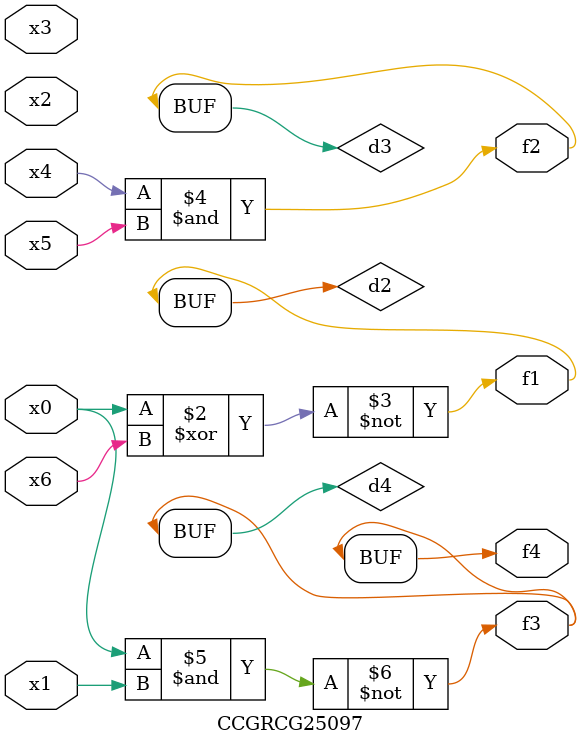
<source format=v>
module CCGRCG25097(
	input x0, x1, x2, x3, x4, x5, x6,
	output f1, f2, f3, f4
);

	wire d1, d2, d3, d4;

	nor (d1, x0);
	xnor (d2, x0, x6);
	and (d3, x4, x5);
	nand (d4, x0, x1);
	assign f1 = d2;
	assign f2 = d3;
	assign f3 = d4;
	assign f4 = d4;
endmodule

</source>
